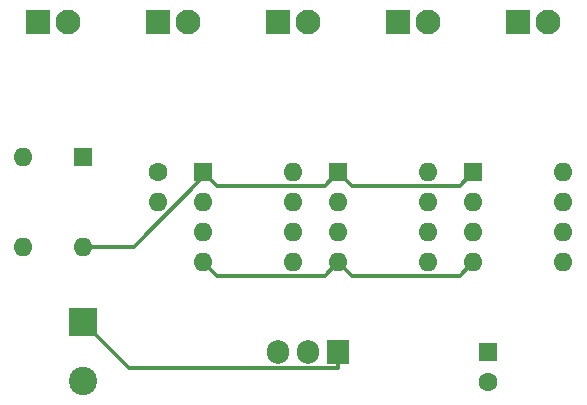
<source format=gbr>
%TF.GenerationSoftware,KiCad,Pcbnew,(5.1.12-1-10_14)*%
%TF.CreationDate,2022-01-01T08:23:09-08:00*%
%TF.ProjectId,panel-supply,70616e65-6c2d-4737-9570-706c792e6b69,0.1*%
%TF.SameCoordinates,Original*%
%TF.FileFunction,Copper,L2,Bot*%
%TF.FilePolarity,Positive*%
%FSLAX46Y46*%
G04 Gerber Fmt 4.6, Leading zero omitted, Abs format (unit mm)*
G04 Created by KiCad (PCBNEW (5.1.12-1-10_14)) date 2022-01-01 08:23:09*
%MOMM*%
%LPD*%
G01*
G04 APERTURE LIST*
%TA.AperFunction,ComponentPad*%
%ADD10R,1.600000X1.600000*%
%TD*%
%TA.AperFunction,ComponentPad*%
%ADD11O,1.600000X1.600000*%
%TD*%
%TA.AperFunction,ComponentPad*%
%ADD12C,1.600000*%
%TD*%
%TA.AperFunction,ComponentPad*%
%ADD13R,2.400000X2.400000*%
%TD*%
%TA.AperFunction,ComponentPad*%
%ADD14C,2.400000*%
%TD*%
%TA.AperFunction,ComponentPad*%
%ADD15R,2.100000X2.100000*%
%TD*%
%TA.AperFunction,ComponentPad*%
%ADD16C,2.100000*%
%TD*%
%TA.AperFunction,ComponentPad*%
%ADD17R,1.905000X2.000000*%
%TD*%
%TA.AperFunction,ComponentPad*%
%ADD18O,1.905000X2.000000*%
%TD*%
%TA.AperFunction,Conductor*%
%ADD19C,0.300000*%
%TD*%
G04 APERTURE END LIST*
D10*
%TO.P,D1,1*%
%TO.N,Net-(D1-Pad1)*%
X142240000Y-100330000D03*
D11*
%TO.P,D1,3*%
%TO.N,Net-(C1-Pad1)*%
X137160000Y-107950000D03*
%TO.P,D1,2*%
%TO.N,Net-(D1-Pad2)*%
X137160000Y-100330000D03*
%TO.P,D1,4*%
%TO.N,Net-(C1-Pad2)*%
X142240000Y-107950000D03*
%TD*%
D12*
%TO.P,C2,2*%
%TO.N,Net-(C1-Pad2)*%
X176530000Y-119340000D03*
D10*
%TO.P,C2,1*%
%TO.N,Net-(C2-Pad1)*%
X176530000Y-116840000D03*
%TD*%
D13*
%TO.P,C1,1*%
%TO.N,Net-(C1-Pad1)*%
X142240000Y-114300000D03*
D14*
%TO.P,C1,2*%
%TO.N,Net-(C1-Pad2)*%
X142240000Y-119300000D03*
%TD*%
D15*
%TO.P,J1,1*%
%TO.N,Net-(D1-Pad2)*%
X138430000Y-88900000D03*
D16*
%TO.P,J1,2*%
%TO.N,Net-(D1-Pad1)*%
X140970000Y-88900000D03*
%TD*%
%TO.P,J2,2*%
%TO.N,Net-(C1-Pad2)*%
X151130000Y-88900000D03*
D15*
%TO.P,J2,1*%
%TO.N,Net-(J2-Pad1)*%
X148590000Y-88900000D03*
%TD*%
%TO.P,J3,1*%
%TO.N,Net-(J3-Pad1)*%
X158750000Y-88900000D03*
D16*
%TO.P,J3,2*%
%TO.N,Net-(J3-Pad2)*%
X161290000Y-88900000D03*
%TD*%
%TO.P,J4,2*%
%TO.N,Net-(J4-Pad2)*%
X171450000Y-88900000D03*
D15*
%TO.P,J4,1*%
%TO.N,Net-(J4-Pad1)*%
X168910000Y-88900000D03*
%TD*%
%TO.P,J5,1*%
%TO.N,Net-(J5-Pad1)*%
X179070000Y-88900000D03*
D16*
%TO.P,J5,2*%
%TO.N,Net-(J5-Pad2)*%
X181610000Y-88900000D03*
%TD*%
D12*
%TO.P,R1,1*%
%TO.N,Net-(J2-Pad1)*%
X148590000Y-101600000D03*
D11*
%TO.P,R1,2*%
%TO.N,Net-(C2-Pad1)*%
X148590000Y-104140000D03*
%TD*%
D17*
%TO.P,U1,1*%
%TO.N,Net-(C1-Pad1)*%
X163830000Y-116840000D03*
D18*
%TO.P,U1,2*%
%TO.N,Net-(C1-Pad2)*%
X161290000Y-116840000D03*
%TO.P,U1,3*%
%TO.N,Net-(C2-Pad1)*%
X158750000Y-116840000D03*
%TD*%
D10*
%TO.P,U2,1*%
%TO.N,Net-(C1-Pad2)*%
X152400000Y-101600000D03*
D11*
%TO.P,U2,5*%
%TO.N,Net-(J3-Pad1)*%
X160020000Y-109220000D03*
%TO.P,U2,2*%
%TO.N,N/C*%
X152400000Y-104140000D03*
%TO.P,U2,6*%
X160020000Y-106680000D03*
%TO.P,U2,3*%
X152400000Y-106680000D03*
%TO.P,U2,7*%
%TO.N,Net-(J3-Pad2)*%
X160020000Y-104140000D03*
%TO.P,U2,4*%
%TO.N,Net-(C2-Pad1)*%
X152400000Y-109220000D03*
%TO.P,U2,8*%
%TO.N,N/C*%
X160020000Y-101600000D03*
%TD*%
%TO.P,U3,8*%
%TO.N,N/C*%
X171450000Y-101600000D03*
%TO.P,U3,4*%
%TO.N,Net-(C2-Pad1)*%
X163830000Y-109220000D03*
%TO.P,U3,7*%
%TO.N,Net-(J4-Pad2)*%
X171450000Y-104140000D03*
%TO.P,U3,3*%
%TO.N,N/C*%
X163830000Y-106680000D03*
%TO.P,U3,6*%
X171450000Y-106680000D03*
%TO.P,U3,2*%
X163830000Y-104140000D03*
%TO.P,U3,5*%
%TO.N,Net-(J4-Pad1)*%
X171450000Y-109220000D03*
D10*
%TO.P,U3,1*%
%TO.N,Net-(C1-Pad2)*%
X163830000Y-101600000D03*
%TD*%
%TO.P,U4,1*%
%TO.N,Net-(C1-Pad2)*%
X175260000Y-101600000D03*
D11*
%TO.P,U4,5*%
%TO.N,Net-(J5-Pad1)*%
X182880000Y-109220000D03*
%TO.P,U4,2*%
%TO.N,N/C*%
X175260000Y-104140000D03*
%TO.P,U4,6*%
X182880000Y-106680000D03*
%TO.P,U4,3*%
X175260000Y-106680000D03*
%TO.P,U4,7*%
%TO.N,Net-(J5-Pad2)*%
X182880000Y-104140000D03*
%TO.P,U4,4*%
%TO.N,Net-(C2-Pad1)*%
X175260000Y-109220000D03*
%TO.P,U4,8*%
%TO.N,N/C*%
X182880000Y-101600000D03*
%TD*%
D19*
%TO.N,Net-(C1-Pad1)*%
X163779990Y-118190010D02*
X146130010Y-118190010D01*
X146130010Y-118190010D02*
X142240000Y-114300000D01*
X163830000Y-118140000D02*
X163779990Y-118190010D01*
X163830000Y-116840000D02*
X163830000Y-118140000D01*
%TO.N,Net-(C1-Pad2)*%
X162679999Y-102750001D02*
X163830000Y-101600000D01*
X153550001Y-102750001D02*
X162679999Y-102750001D01*
X152400000Y-101600000D02*
X153550001Y-102750001D01*
X164980001Y-102750001D02*
X174109999Y-102750001D01*
X174109999Y-102750001D02*
X175260000Y-101600000D01*
X163830000Y-101600000D02*
X164980001Y-102750001D01*
X152400000Y-102032002D02*
X152400000Y-101600000D01*
X146482002Y-107950000D02*
X152400000Y-102032002D01*
X142240000Y-107950000D02*
X146482002Y-107950000D01*
%TO.N,Net-(C2-Pad1)*%
X153550001Y-110370001D02*
X162679999Y-110370001D01*
X162679999Y-110370001D02*
X163830000Y-109220000D01*
X152400000Y-109220000D02*
X153550001Y-110370001D01*
X174109999Y-110370001D02*
X175260000Y-109220000D01*
X164980001Y-110370001D02*
X174109999Y-110370001D01*
X163830000Y-109220000D02*
X164980001Y-110370001D01*
%TD*%
M02*

</source>
